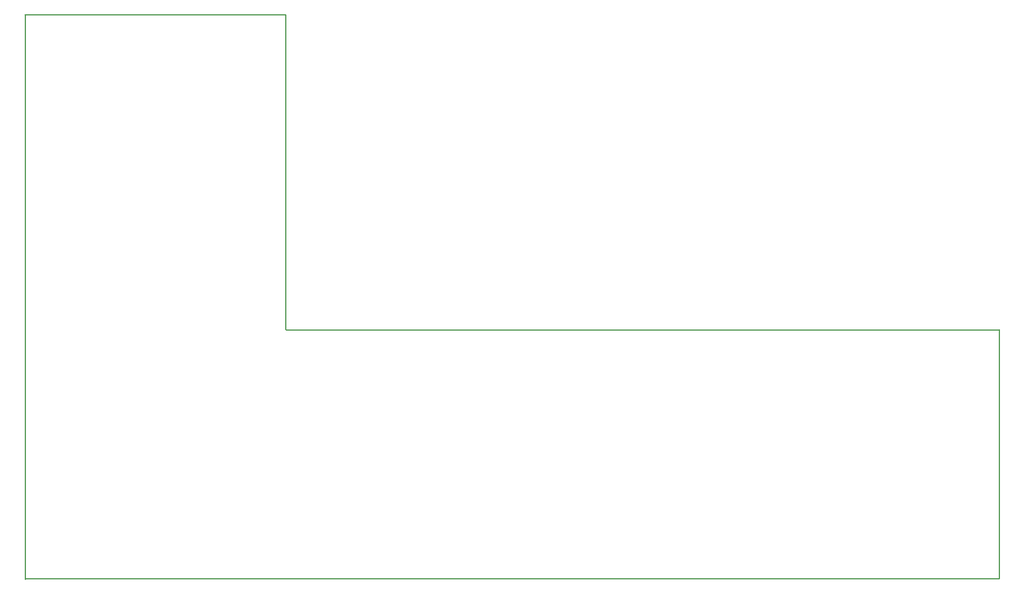
<source format=gko>
%FSLAX25Y25*%
%MOIN*%
G70*
G01*
G75*
G04 Layer_Color=16711935*
%ADD10C,0.01000*%
%ADD11C,0.10000*%
%ADD12C,0.07480*%
%ADD13C,0.07500*%
%ADD14C,0.02500*%
%ADD15C,0.00600*%
%ADD16C,0.05600*%
%ADD17O,0.05400X0.10800*%
G04:AMPARAMS|DCode=18|XSize=181mil|YSize=181mil|CornerRadius=0mil|HoleSize=0mil|Usage=FLASHONLY|Rotation=180.000|XOffset=0mil|YOffset=0mil|HoleType=Round|Shape=Octagon|*
%AMOCTAGOND18*
4,1,8,-0.09050,0.04525,-0.09050,-0.04525,-0.04525,-0.09050,0.04525,-0.09050,0.09050,-0.04525,0.09050,0.04525,0.04525,0.09050,-0.04525,0.09050,-0.09050,0.04525,0.0*
%
%ADD18OCTAGOND18*%

%ADD19C,0.18100*%
%ADD20O,0.08400X0.16800*%
G04:AMPARAMS|DCode=21|XSize=59.06mil|YSize=118.11mil|CornerRadius=0mil|HoleSize=0mil|Usage=FLASHONLY|Rotation=0.000|XOffset=0mil|YOffset=0mil|HoleType=Round|Shape=Octagon|*
%AMOCTAGOND21*
4,1,8,-0.01476,0.05906,0.01476,0.05906,0.02953,0.04429,0.02953,-0.04429,0.01476,-0.05906,-0.01476,-0.05906,-0.02953,-0.04429,-0.02953,0.04429,-0.01476,0.05906,0.0*
%
%ADD21OCTAGOND21*%

%ADD22O,0.12000X0.06000*%
%ADD23O,0.06000X0.12000*%
%ADD24O,0.07800X0.15600*%
%ADD25C,0.04800*%
G04:AMPARAMS|DCode=26|XSize=124mil|YSize=124mil|CornerRadius=0mil|HoleSize=0mil|Usage=FLASHONLY|Rotation=0.000|XOffset=0mil|YOffset=0mil|HoleType=Round|Shape=Octagon|*
%AMOCTAGOND26*
4,1,8,0.06200,-0.03100,0.06200,0.03100,0.03100,0.06200,-0.03100,0.06200,-0.06200,0.03100,-0.06200,-0.03100,-0.03100,-0.06200,0.03100,-0.06200,0.06200,-0.03100,0.0*
%
%ADD26OCTAGOND26*%

%ADD27C,0.12400*%
%ADD28C,0.07000*%
%ADD29C,0.06000*%
%ADD30O,0.10800X0.05400*%
G04:AMPARAMS|DCode=31|XSize=54mil|YSize=54mil|CornerRadius=0mil|HoleSize=0mil|Usage=FLASHONLY|Rotation=180.000|XOffset=0mil|YOffset=0mil|HoleType=Round|Shape=Octagon|*
%AMOCTAGOND31*
4,1,8,-0.02700,0.01350,-0.02700,-0.01350,-0.01350,-0.02700,0.01350,-0.02700,0.02700,-0.01350,0.02700,0.01350,0.01350,0.02700,-0.01350,0.02700,-0.02700,0.01350,0.0*
%
%ADD31OCTAGOND31*%

G04:AMPARAMS|DCode=32|XSize=100mil|YSize=100mil|CornerRadius=0mil|HoleSize=0mil|Usage=FLASHONLY|Rotation=180.000|XOffset=0mil|YOffset=0mil|HoleType=Round|Shape=Octagon|*
%AMOCTAGOND32*
4,1,8,-0.05000,0.02500,-0.05000,-0.02500,-0.02500,-0.05000,0.02500,-0.05000,0.05000,-0.02500,0.05000,0.02500,0.02500,0.05000,-0.02500,0.05000,-0.05000,0.02500,0.0*
%
%ADD32OCTAGOND32*%

%ADD33C,0.10000*%
%ADD34C,0.02362*%
%ADD35C,0.05000*%
%ADD36C,0.04724*%
%ADD37C,0.15748*%
%ADD38C,0.01575*%
G04:AMPARAMS|DCode=39|XSize=100mil|YSize=100mil|CornerRadius=50mil|HoleSize=0mil|Usage=FLASHONLY|Rotation=90.000|XOffset=0mil|YOffset=0mil|HoleType=Round|Shape=RoundedRectangle|*
%AMROUNDEDRECTD39*
21,1,0.10000,0.00000,0,0,90.0*
21,1,0.00000,0.10000,0,0,90.0*
1,1,0.10000,0.00000,0.00000*
1,1,0.10000,0.00000,0.00000*
1,1,0.10000,0.00000,0.00000*
1,1,0.10000,0.00000,0.00000*
%
%ADD39ROUNDEDRECTD39*%
%ADD40R,0.07500X0.07500*%
%ADD41R,0.07100X0.07500*%
%ADD42R,0.08300X0.06300*%
%ADD43R,0.01600X0.05400*%
%ADD44R,0.04331X0.05512*%
%ADD45R,0.06000X0.02400*%
%ADD46R,0.05200X0.06000*%
G04:AMPARAMS|DCode=47|XSize=39.37mil|YSize=39.37mil|CornerRadius=19.69mil|HoleSize=0mil|Usage=FLASHONLY|Rotation=90.000|XOffset=0mil|YOffset=0mil|HoleType=Round|Shape=RoundedRectangle|*
%AMROUNDEDRECTD47*
21,1,0.03937,0.00000,0,0,90.0*
21,1,0.00000,0.03937,0,0,90.0*
1,1,0.03937,0.00000,0.00000*
1,1,0.03937,0.00000,0.00000*
1,1,0.03937,0.00000,0.00000*
1,1,0.03937,0.00000,0.00000*
%
%ADD47ROUNDEDRECTD47*%
%ADD48R,0.03937X0.05118*%
%ADD49R,0.05118X0.03937*%
%ADD50R,0.02400X0.08700*%
%ADD51R,0.03600X0.02800*%
%ADD52R,0.04000X0.04800*%
%ADD53R,0.02400X0.04400*%
%ADD54R,0.03000X0.09700*%
%ADD55R,0.08600X0.02200*%
%ADD56R,0.06000X0.05200*%
%ADD57R,0.02800X0.03600*%
%ADD58R,0.04800X0.07100*%
%ADD59R,0.01200X0.04700*%
%ADD60R,0.04700X0.01200*%
%ADD61R,0.10700X0.07100*%
%ADD62R,0.04000X0.05600*%
%ADD63R,0.07100X0.12600*%
%ADD64R,0.04000X0.04400*%
G04:AMPARAMS|DCode=65|XSize=24mil|YSize=24mil|CornerRadius=12mil|HoleSize=0mil|Usage=FLASHONLY|Rotation=180.000|XOffset=0mil|YOffset=0mil|HoleType=Round|Shape=RoundedRectangle|*
%AMROUNDEDRECTD65*
21,1,0.02400,0.00000,0,0,180.0*
21,1,0.00000,0.02400,0,0,180.0*
1,1,0.02400,0.00000,0.00000*
1,1,0.02400,0.00000,0.00000*
1,1,0.02400,0.00000,0.00000*
1,1,0.02400,0.00000,0.00000*
%
%ADD65ROUNDEDRECTD65*%
%ADD66R,0.05600X0.04000*%
%ADD67R,0.03600X0.02400*%
%ADD68R,0.01181X0.01969*%
%ADD69R,0.02800X0.02400*%
%ADD70R,0.12600X0.07100*%
G04:AMPARAMS|DCode=71|XSize=23.62mil|YSize=23.62mil|CornerRadius=11.81mil|HoleSize=0mil|Usage=FLASHONLY|Rotation=180.000|XOffset=0mil|YOffset=0mil|HoleType=Round|Shape=RoundedRectangle|*
%AMROUNDEDRECTD71*
21,1,0.02362,0.00000,0,0,180.0*
21,1,0.00000,0.02362,0,0,180.0*
1,1,0.02362,0.00000,0.00000*
1,1,0.02362,0.00000,0.00000*
1,1,0.02362,0.00000,0.00000*
1,1,0.02362,0.00000,0.00000*
%
%ADD71ROUNDEDRECTD71*%
%ADD72C,0.02000*%
%ADD73C,0.05000*%
%ADD74C,0.00100*%
%ADD75C,0.03000*%
%ADD76C,0.06400*%
%ADD77O,0.06200X0.11600*%
G04:AMPARAMS|DCode=78|XSize=189mil|YSize=189mil|CornerRadius=0mil|HoleSize=0mil|Usage=FLASHONLY|Rotation=180.000|XOffset=0mil|YOffset=0mil|HoleType=Round|Shape=Octagon|*
%AMOCTAGOND78*
4,1,8,-0.09450,0.04725,-0.09450,-0.04725,-0.04725,-0.09450,0.04725,-0.09450,0.09450,-0.04725,0.09450,0.04725,0.04725,0.09450,-0.04725,0.09450,-0.09450,0.04725,0.0*
%
%ADD78OCTAGOND78*%

%ADD79C,0.18900*%
%ADD80O,0.09200X0.17600*%
G04:AMPARAMS|DCode=81|XSize=67.06mil|YSize=126.11mil|CornerRadius=0mil|HoleSize=0mil|Usage=FLASHONLY|Rotation=0.000|XOffset=0mil|YOffset=0mil|HoleType=Round|Shape=Octagon|*
%AMOCTAGOND81*
4,1,8,-0.01676,0.06306,0.01676,0.06306,0.03353,0.04629,0.03353,-0.04629,0.01676,-0.06306,-0.01676,-0.06306,-0.03353,-0.04629,-0.03353,0.04629,-0.01676,0.06306,0.0*
%
%ADD81OCTAGOND81*%

%ADD82O,0.12800X0.06800*%
%ADD83O,0.06800X0.12800*%
%ADD84O,0.08600X0.16400*%
G04:AMPARAMS|DCode=85|XSize=132mil|YSize=132mil|CornerRadius=0mil|HoleSize=0mil|Usage=FLASHONLY|Rotation=0.000|XOffset=0mil|YOffset=0mil|HoleType=Round|Shape=Octagon|*
%AMOCTAGOND85*
4,1,8,0.06600,-0.03300,0.06600,0.03300,0.03300,0.06600,-0.03300,0.06600,-0.06600,0.03300,-0.06600,-0.03300,-0.03300,-0.06600,0.03300,-0.06600,0.06600,-0.03300,0.0*
%
%ADD85OCTAGOND85*%

%ADD86C,0.13200*%
%ADD87C,0.07800*%
%ADD88C,0.06800*%
%ADD89O,0.11600X0.06200*%
G04:AMPARAMS|DCode=90|XSize=62mil|YSize=62mil|CornerRadius=0mil|HoleSize=0mil|Usage=FLASHONLY|Rotation=180.000|XOffset=0mil|YOffset=0mil|HoleType=Round|Shape=Octagon|*
%AMOCTAGOND90*
4,1,8,-0.03100,0.01550,-0.03100,-0.01550,-0.01550,-0.03100,0.01550,-0.03100,0.03100,-0.01550,0.03100,0.01550,0.01550,0.03100,-0.01550,0.03100,-0.03100,0.01550,0.0*
%
%ADD90OCTAGOND90*%

G04:AMPARAMS|DCode=91|XSize=108mil|YSize=108mil|CornerRadius=0mil|HoleSize=0mil|Usage=FLASHONLY|Rotation=180.000|XOffset=0mil|YOffset=0mil|HoleType=Round|Shape=Octagon|*
%AMOCTAGOND91*
4,1,8,-0.05400,0.02700,-0.05400,-0.02700,-0.02700,-0.05400,0.02700,-0.05400,0.05400,-0.02700,0.05400,0.02700,0.02700,0.05400,-0.02700,0.05400,-0.05400,0.02700,0.0*
%
%ADD91OCTAGOND91*%

%ADD92C,0.10800*%
%ADD93C,0.03162*%
%ADD94C,0.05800*%
%ADD95C,0.05524*%
%ADD96C,0.16548*%
%ADD97C,0.02375*%
G04:AMPARAMS|DCode=98|XSize=108mil|YSize=108mil|CornerRadius=54mil|HoleSize=0mil|Usage=FLASHONLY|Rotation=90.000|XOffset=0mil|YOffset=0mil|HoleType=Round|Shape=RoundedRectangle|*
%AMROUNDEDRECTD98*
21,1,0.10800,0.00000,0,0,90.0*
21,1,0.00000,0.10800,0,0,90.0*
1,1,0.10800,0.00000,0.00000*
1,1,0.10800,0.00000,0.00000*
1,1,0.10800,0.00000,0.00000*
1,1,0.10800,0.00000,0.00000*
%
%ADD98ROUNDEDRECTD98*%
%ADD99R,0.08300X0.08300*%
%ADD100R,0.07900X0.08300*%
%ADD101R,0.09100X0.07100*%
%ADD102R,0.02400X0.06200*%
%ADD103R,0.05131X0.06312*%
%ADD104R,0.06800X0.03200*%
%ADD105R,0.06000X0.06800*%
G04:AMPARAMS|DCode=106|XSize=47.37mil|YSize=47.37mil|CornerRadius=23.69mil|HoleSize=0mil|Usage=FLASHONLY|Rotation=90.000|XOffset=0mil|YOffset=0mil|HoleType=Round|Shape=RoundedRectangle|*
%AMROUNDEDRECTD106*
21,1,0.04737,0.00000,0,0,90.0*
21,1,0.00000,0.04737,0,0,90.0*
1,1,0.04737,0.00000,0.00000*
1,1,0.04737,0.00000,0.00000*
1,1,0.04737,0.00000,0.00000*
1,1,0.04737,0.00000,0.00000*
%
%ADD106ROUNDEDRECTD106*%
%ADD107R,0.04737X0.05918*%
%ADD108R,0.05918X0.04737*%
%ADD109R,0.03200X0.09500*%
%ADD110R,0.04400X0.03600*%
%ADD111R,0.04800X0.05600*%
%ADD112R,0.03200X0.05200*%
%ADD113R,0.03800X0.10500*%
%ADD114R,0.09400X0.03000*%
%ADD115R,0.06800X0.06000*%
%ADD116R,0.03600X0.04400*%
%ADD117R,0.05600X0.07900*%
%ADD118R,0.02000X0.05500*%
%ADD119R,0.05500X0.02000*%
%ADD120R,0.11500X0.07900*%
%ADD121R,0.04800X0.06400*%
%ADD122R,0.07900X0.13400*%
%ADD123R,0.04800X0.05200*%
G04:AMPARAMS|DCode=124|XSize=32mil|YSize=32mil|CornerRadius=16mil|HoleSize=0mil|Usage=FLASHONLY|Rotation=180.000|XOffset=0mil|YOffset=0mil|HoleType=Round|Shape=RoundedRectangle|*
%AMROUNDEDRECTD124*
21,1,0.03200,0.00000,0,0,180.0*
21,1,0.00000,0.03200,0,0,180.0*
1,1,0.03200,0.00000,0.00000*
1,1,0.03200,0.00000,0.00000*
1,1,0.03200,0.00000,0.00000*
1,1,0.03200,0.00000,0.00000*
%
%ADD124ROUNDEDRECTD124*%
%ADD125R,0.06400X0.04800*%
%ADD126R,0.04400X0.03200*%
%ADD127R,0.01981X0.02769*%
%ADD128R,0.03600X0.03200*%
%ADD129R,0.13400X0.07900*%
G04:AMPARAMS|DCode=130|XSize=31.62mil|YSize=31.62mil|CornerRadius=15.81mil|HoleSize=0mil|Usage=FLASHONLY|Rotation=180.000|XOffset=0mil|YOffset=0mil|HoleType=Round|Shape=RoundedRectangle|*
%AMROUNDEDRECTD130*
21,1,0.03162,0.00000,0,0,180.0*
21,1,0.00000,0.03162,0,0,180.0*
1,1,0.03162,0.00000,0.00000*
1,1,0.03162,0.00000,0.00000*
1,1,0.03162,0.00000,0.00000*
1,1,0.03162,0.00000,0.00000*
%
%ADD130ROUNDEDRECTD130*%
%ADD131C,0.00800*%
%ADD132C,0.00500*%
%ADD133C,0.00000*%
%ADD134C,0.00787*%
%ADD135C,0.00300*%
%ADD136C,0.00200*%
%ADD137R,0.05000X0.20000*%
%ADD138R,0.01191X0.02778*%
%ADD139R,0.02000X0.07500*%
%ADD140R,0.02000X0.03000*%
%ADD141R,0.03000X0.42000*%
%ADD142R,0.02500X0.15000*%
%ADD143R,0.01191X0.02778*%
%ADD144R,0.02500X0.10000*%
D10*
X865600Y1271D02*
Y222222D01*
X865329Y1000D02*
X865600Y1271D01*
X2000Y1000D02*
X865329D01*
X1500Y500D02*
X2000Y1000D01*
X1500Y500D02*
Y501332D01*
X1329Y501503D02*
X1500Y501332D01*
X1329Y501503D02*
X232387D01*
X232622Y501268D01*
Y499248D02*
Y501268D01*
Y499248D02*
X232625Y499246D01*
Y222222D02*
Y499246D01*
Y222222D02*
X233093Y221754D01*
X865600D01*
M02*

</source>
